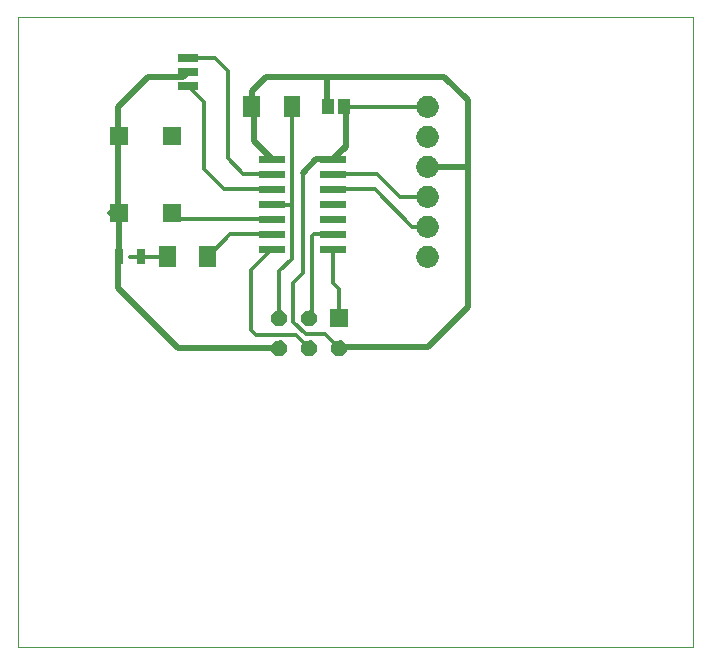
<source format=gtl>
G75*
G71*
%OFA0B0*%
%FSLAX23Y23*%
%IPPOS*%
%LPD*%
%ADD10C,0.1*%
%ADD11C,0.305*%
%ADD12C,0.508*%
%LPD*%D10*
X0Y0D02*
X0Y100D01*
X0Y200D01*
X0Y300D01*
X0Y400D01*
X0Y499D01*
X0Y599D01*
X0Y699D01*
X0Y799D01*
X0Y899D01*
X0Y999D01*
X0Y1099D01*
X0Y1199D01*
X0Y1299D01*
X0Y1398D01*
X0Y1498D01*
X0Y1598D01*
X0Y1698D01*
X0Y1798D01*
X0Y1898D01*
X0Y1998D01*
X0Y2098D01*
X0Y2198D01*
X0Y2297D01*
X0Y2397D01*
X0Y2497D01*
X0Y2597D01*
X0Y2697D01*
X0Y2797D01*
X0Y2897D01*
X0Y2997D01*
X0Y3097D01*
X0Y3196D01*
X0Y3296D01*
X0Y3396D01*
X0Y3496D01*
X0Y3596D01*
X0Y3696D01*
X0Y3796D01*
X0Y3896D01*
X0Y3995D01*
X0Y4095D01*
X0Y4195D01*
X0Y4295D01*
X0Y4395D01*
X0Y4495D01*
X0Y4595D01*
X0Y4695D01*
X0Y4795D01*
X0Y4894D01*
X0Y4994D01*
X0Y5094D01*
X0Y5194D01*
X0Y5294D01*
X0Y5394D01*
X0Y5494D01*
X0Y5594D01*
X0Y5694D01*
X0Y5793D01*
X0Y5893D01*
X0Y5993D01*
X0Y6093D01*
X0Y6193D01*
X0Y6293D01*
X0Y6393D01*
X0Y6493D01*
X0Y6593D01*
X0Y6692D01*
X0Y6792D01*
X0Y6892D01*
X0Y6992D01*
X0Y7092D01*
X0Y7192D01*
X0Y7292D01*
X0Y7392D01*
X0Y7492D01*
X0Y7591D01*
X0Y7691D01*
X0Y7791D01*
X0Y7891D01*
X0Y7991D01*
X0Y8091D01*
X0Y8191D01*
X0Y8291D01*
X0Y8391D01*
X0Y8490D01*
X0Y8590D01*
X0Y8690D01*
X0Y8790D01*
X0Y8890D01*
X0Y8990D01*
X0Y9090D01*
X0Y9190D01*
X0Y9290D01*
X0Y9389D01*
X0Y9489D01*
X0Y9589D01*
X0Y9689D01*
X0Y9789D01*
X0Y9889D01*
X0Y9989D01*
X0Y10089D01*
X0Y10188D01*
X0Y10288D01*
X0Y10388D01*
X0Y10488D01*
X0Y10588D01*
X0Y10688D01*
X0Y10788D01*
X0Y10888D01*
X0Y10988D01*
X0Y11087D01*
X0Y11187D01*
X0Y11287D01*
X0Y11387D01*
X0Y11487D01*
X0Y11587D01*
X0Y11687D01*
X0Y11787D01*
X0Y11887D01*
X0Y11986D01*
X0Y12086D01*
X0Y12186D01*
X0Y12286D01*
X0Y12386D01*
X0Y12486D01*
X0Y12586D01*
X0Y12686D01*
X0Y12786D01*
X0Y12885D01*
X0Y12985D01*
X0Y13085D01*
X0Y13185D01*
X0Y13285D01*
X0Y13385D01*
X0Y13485D01*
X0Y13585D01*
X0Y13685D01*
X0Y13784D01*
X0Y13884D01*
X0Y13984D01*
X0Y14084D01*
X0Y14184D01*
X0Y14284D01*
X0Y14384D01*
X0Y14484D01*
X0Y14584D01*
X0Y14683D01*
X0Y14783D01*
X0Y14883D01*
X0Y14983D01*
X0Y15083D01*
X0Y15183D01*
X0Y15283D01*
X0Y15383D01*
X0Y15483D01*
X0Y15582D01*
X0Y15682D01*
X0Y15782D01*
X0Y15882D01*
X0Y15982D01*
X0Y16082D01*
X0Y16182D01*
X0Y16282D01*
X0Y16381D01*
X0Y16481D01*
X0Y16581D01*
X0Y16681D01*
X0Y16781D01*
X0Y16881D01*
X0Y16981D01*
X0Y17081D01*
X0Y17181D01*
X0Y17280D01*
X0Y17380D01*
X0Y17480D01*
X0Y17580D01*
X0Y17680D01*
X0Y17780D01*
X0Y17880D01*
X0Y17980D01*
X0Y18080D01*
X0Y18179D01*
X0Y18279D01*
X0Y18379D01*
X0Y18479D01*
X0Y18579D01*
X0Y18679D01*
X0Y18779D01*
X0Y18879D01*
X0Y18979D01*
X0Y19078D01*
X0Y19178D01*
X0Y19278D01*
X0Y19378D01*
X0Y19478D01*
X0Y19578D01*
X0Y19678D01*
X0Y19778D01*
X0Y19878D01*
X0Y19977D01*
X0Y20077D01*
X0Y20177D01*
X0Y20277D01*
X0Y20377D01*
X0Y20477D01*
X0Y20577D01*
X0Y20677D01*
X0Y20777D01*
X0Y20876D01*
X0Y20976D01*
X0Y21076D01*
X0Y21176D01*
X0Y21276D01*
X0Y21376D01*
X0Y21476D01*
X0Y21576D01*
X0Y21676D01*
X0Y21775D01*
X0Y21875D01*
X0Y21975D01*
X0Y22075D01*
X0Y22175D01*
X0Y22275D01*
X0Y22375D01*
X0Y22475D01*
X0Y22575D01*
X0Y22674D01*
X0Y22774D01*
X0Y22874D01*
X0Y22974D01*
X0Y23074D01*
X0Y23174D01*
X0Y23274D01*
X0Y23374D01*
X0Y23473D01*
X0Y23573D01*
X0Y23673D01*
X0Y23773D01*
X0Y23873D01*
X0Y23973D01*
X0Y24073D01*
X0Y24173D01*
X0Y24273D01*
X0Y24372D01*
X0Y24472D01*
X0Y24572D01*
X0Y24672D01*
X0Y24772D01*
X0Y24872D01*
X0Y24972D01*
X0Y25072D01*
X0Y25172D01*
X0Y25271D01*
X0Y25371D01*
X0Y25471D01*
X0Y25571D01*
X0Y25671D01*
X0Y25771D01*
X0Y25871D01*
X0Y25971D01*
X0Y26071D01*
X0Y26170D01*
X0Y26270D01*
X0Y26370D01*
X0Y26470D01*
X0Y26570D01*
X0Y26670D01*
X0Y26770D01*
X0Y26870D01*
X0Y26970D01*
X0Y27069D01*
X0Y27169D01*
X0Y27269D01*
X0Y27369D01*
X0Y27469D01*
X0Y27569D01*
X0Y27669D01*
X0Y27769D01*
X0Y27869D01*
X0Y27968D01*
X0Y28068D01*
X0Y28168D01*
X0Y28268D01*
X0Y28368D01*
X0Y28468D01*
X0Y28568D01*
X0Y28668D01*
X0Y28768D01*
X0Y28867D01*
X0Y28967D01*
X0Y29067D01*
X0Y29167D01*
X0Y29267D01*
X0Y29367D01*
X0Y29467D01*
X0Y29567D01*
X0Y29667D01*
X0Y29766D01*
X0Y29866D01*
X0Y29966D01*
X0Y30066D01*
X0Y30166D01*
X0Y30266D01*
X0Y30366D01*
X0Y30466D01*
X0Y30565D01*
X0Y30665D01*
X0Y30765D01*
X0Y30865D01*
X0Y30965D01*
X0Y31065D01*
X0Y31165D01*
X0Y31265D01*
X0Y31365D01*
X0Y31464D01*
X0Y31564D01*
X0Y31664D01*
X0Y31764D01*
X0Y31864D01*
X0Y31964D01*
X0Y32064D01*
X0Y32164D01*
X0Y32264D01*
X0Y32363D01*
X0Y32463D01*
X0Y32563D01*
X0Y32663D01*
X0Y32763D01*
X0Y32863D01*
X0Y32963D01*
X0Y33063D01*
X0Y33163D01*
X0Y33262D01*
X0Y33362D01*
X0Y33462D01*
X0Y33562D01*
X0Y33662D01*
X0Y33762D01*
X0Y33862D01*
X0Y33962D01*
X0Y34062D01*
X0Y34161D01*
X0Y34261D01*
X0Y34361D01*
X0Y34461D01*
X0Y34561D01*
X0Y34661D01*
X0Y34761D01*
X0Y34861D01*
X0Y34961D01*
X0Y35060D01*
X0Y35160D01*
X0Y35260D01*
X0Y35360D01*
X0Y35460D01*
X0Y35560D01*
X0Y35660D01*
X0Y35760D01*
X0Y35860D01*
X0Y35959D01*
X0Y36059D01*
X0Y36159D01*
X0Y36259D01*
X0Y36359D01*
X0Y36459D01*
X0Y36559D01*
X0Y36659D01*
X0Y36759D01*
X0Y36858D01*
X0Y36958D01*
X0Y37058D01*
X0Y37158D01*
X0Y37258D01*
X0Y37358D01*
X0Y37458D01*
X0Y37558D01*
X0Y37658D01*
X0Y37757D01*
X0Y37857D01*
X0Y37957D01*
X0Y38057D01*
X0Y38157D01*
X0Y38257D01*
X0Y38357D01*
X0Y38457D01*
X0Y38556D01*
X0Y38656D01*
X0Y38756D01*
X0Y38856D01*
X0Y38956D01*
X0Y39056D01*
X0Y39156D01*
X0Y39256D01*
X0Y39356D01*
X0Y39455D01*
X0Y39555D01*
X0Y39655D01*
X0Y39755D01*
X0Y39855D01*
X0Y39955D01*
X0Y40055D01*
X0Y40155D01*
X0Y40255D01*
X0Y40354D01*
X0Y40454D01*
X0Y40554D01*
X0Y40654D01*
X0Y40754D01*
X0Y40854D01*
X0Y40954D01*
X0Y41054D01*
X0Y41154D01*
X0Y41253D01*
X0Y41353D01*
X0Y41453D01*
X0Y41553D01*
X0Y41653D01*
X0Y41753D01*
X0Y41853D01*
X0Y41953D01*
X0Y42053D01*
X0Y42152D01*
X0Y42252D01*
X0Y42352D01*
X0Y42452D01*
X0Y42552D01*
X0Y42652D01*
X0Y42752D01*
X0Y42852D01*
X0Y42952D01*
X0Y43051D01*
X0Y43151D01*
X0Y43251D01*
X0Y43351D01*
X0Y43451D01*
X0Y43551D01*
X0Y43651D01*
X0Y43751D01*
X0Y43851D01*
X0Y43950D01*
X0Y44050D01*
X0Y44150D01*
X0Y44250D01*
X0Y44350D01*
X0Y44450D01*
X0Y44550D01*
X0Y44650D01*
X0Y44750D01*
X0Y44849D01*
X0Y44949D01*
X0Y45049D01*
X0Y45149D01*
X0Y45249D01*
X0Y45349D01*
X0Y45449D01*
X0Y45549D01*
X0Y45649D01*
X0Y45748D01*
X0Y45848D01*
X0Y45948D01*
X0Y46048D01*
X0Y46148D01*
X0Y46248D01*
X0Y46348D01*
X0Y46448D01*
X0Y46548D01*
X0Y46647D01*
X0Y46747D01*
X0Y46847D01*
X0Y46947D01*
X0Y47047D01*
X0Y47147D01*
X0Y47247D01*
X0Y47347D01*
X0Y47447D01*
X0Y47546D01*
X0Y47646D01*
X0Y47746D01*
X0Y47846D01*
X0Y47946D01*
X0Y48046D01*
X0Y48146D01*
X0Y48246D01*
X0Y48346D01*
X0Y48445D01*
X0Y48545D01*
X0Y48645D01*
X0Y48745D01*
X0Y48845D01*
X0Y48945D01*
X0Y49045D01*
X0Y49145D01*
X0Y49244D01*
X0Y49344D01*
X0Y49444D01*
X0Y49544D01*
X0Y49644D01*
X0Y49744D01*
X0Y49844D01*
X0Y49944D01*
X0Y50044D01*
X0Y50143D01*
X0Y50243D01*
X0Y50343D01*
X0Y50443D01*
X0Y50543D01*
X0Y50643D01*
X0Y50743D01*
X0Y50843D01*
X0Y50943D01*
X0Y51043D01*
X0Y51142D01*
X0Y51242D01*
X0Y51342D01*
X0Y51442D01*
X0Y51542D01*
X0Y51642D01*
X0Y51742D01*
X0Y51842D01*
X0Y51942D01*
X0Y52041D01*
X0Y52141D01*
X0Y52241D01*
X0Y52341D01*
X0Y52441D01*
X0Y52541D01*
X0Y52641D01*
X0Y52741D01*
X0Y52841D01*
X0Y52940D01*
X0Y53040D01*
X0Y53140D01*
X0Y53240D01*
X0Y53340D01*
X100Y53340D01*
X200Y53340D01*
X300Y53340D01*
X400Y53340D01*
X500Y53340D01*
X599Y53340D01*
X699Y53340D01*
X799Y53340D01*
X899Y53340D01*
X999Y53340D01*
X1099Y53340D01*
X1199Y53340D01*
X1299Y53340D01*
X1399Y53340D01*
X1499Y53340D01*
X1599Y53340D01*
X1699Y53340D01*
X1798Y53340D01*
X1898Y53340D01*
X1998Y53340D01*
X2098Y53340D01*
X2198Y53340D01*
X2298Y53340D01*
X2398Y53340D01*
X2498Y53340D01*
X2598Y53340D01*
X2698Y53340D01*
X2798Y53340D01*
X2897Y53340D01*
X2997Y53340D01*
X3097Y53340D01*
X3197Y53340D01*
X3297Y53340D01*
X3397Y53340D01*
X3497Y53340D01*
X3597Y53340D01*
X3697Y53340D01*
X3797Y53340D01*
X3897Y53340D01*
X3996Y53340D01*
X4096Y53340D01*
X4196Y53340D01*
X4296Y53340D01*
X4396Y53340D01*
X4496Y53340D01*
X4596Y53340D01*
X4696Y53340D01*
X4796Y53340D01*
X4896Y53340D01*
X4996Y53340D01*
X5096Y53340D01*
X5195Y53340D01*
X5295Y53340D01*
X5395Y53340D01*
X5495Y53340D01*
X5595Y53340D01*
X5695Y53340D01*
X5795Y53340D01*
X5895Y53340D01*
X5995Y53340D01*
X6095Y53340D01*
X6195Y53340D01*
X6294Y53340D01*
X6394Y53340D01*
X6494Y53340D01*
X6594Y53340D01*
X6694Y53340D01*
X6794Y53340D01*
X6894Y53340D01*
X6994Y53340D01*
X7094Y53340D01*
X7194Y53340D01*
X7294Y53340D01*
X7393Y53340D01*
X7493Y53340D01*
X7593Y53340D01*
X7693Y53340D01*
X7793Y53340D01*
X7893Y53340D01*
X7993Y53340D01*
X8093Y53340D01*
X8193Y53340D01*
X8293Y53340D01*
X8393Y53340D01*
X8493Y53340D01*
X8592Y53340D01*
X8692Y53340D01*
X8792Y53340D01*
X8892Y53340D01*
X8992Y53340D01*
X9092Y53340D01*
X9192Y53340D01*
X9292Y53340D01*
X9392Y53340D01*
X9492Y53340D01*
X9592Y53340D01*
X9691Y53340D01*
X9791Y53340D01*
X9891Y53340D01*
X9991Y53340D01*
X10091Y53340D01*
X10191Y53340D01*
X10291Y53340D01*
X10391Y53340D01*
X10491Y53340D01*
X10591Y53340D01*
X10691Y53340D01*
X10791Y53340D01*
X10890Y53340D01*
X10990Y53340D01*
X11090Y53340D01*
X11190Y53340D01*
X11290Y53340D01*
X11390Y53340D01*
X11490Y53340D01*
X11590Y53340D01*
X11690Y53340D01*
X11790Y53340D01*
X11890Y53340D01*
X11989Y53340D01*
X12089Y53340D01*
X12189Y53340D01*
X12289Y53340D01*
X12389Y53340D01*
X12489Y53340D01*
X12589Y53340D01*
X12689Y53340D01*
X12789Y53340D01*
X12889Y53340D01*
X12989Y53340D01*
X13088Y53340D01*
X13188Y53340D01*
X13288Y53340D01*
X13388Y53340D01*
X13488Y53340D01*
X13588Y53340D01*
X13688Y53340D01*
X13788Y53340D01*
X13888Y53340D01*
X13988Y53340D01*
X14088Y53340D01*
X14188Y53340D01*
X14287Y53340D01*
X14387Y53340D01*
X14487Y53340D01*
X14587Y53340D01*
X14687Y53340D01*
X14787Y53340D01*
X14887Y53340D01*
X14987Y53340D01*
X15087Y53340D01*
X15187Y53340D01*
X15287Y53340D01*
X15386Y53340D01*
X15486Y53340D01*
X15586Y53340D01*
X15686Y53340D01*
X15786Y53340D01*
X15886Y53340D01*
X15986Y53340D01*
X16086Y53340D01*
X16186Y53340D01*
X16286Y53340D01*
X16386Y53340D01*
X16485Y53340D01*
X16585Y53340D01*
X16685Y53340D01*
X16785Y53340D01*
X16885Y53340D01*
X16985Y53340D01*
X17085Y53340D01*
X17185Y53340D01*
X17285Y53340D01*
X17385Y53340D01*
X17485Y53340D01*
X17585Y53340D01*
X17684Y53340D01*
X17784Y53340D01*
X17884Y53340D01*
X17984Y53340D01*
X18084Y53340D01*
X18184Y53340D01*
X18284Y53340D01*
X18384Y53340D01*
X18484Y53340D01*
X18584Y53340D01*
X18684Y53340D01*
X18783Y53340D01*
X18883Y53340D01*
X18983Y53340D01*
X19083Y53340D01*
X19183Y53340D01*
X19283Y53340D01*
X19383Y53340D01*
X19483Y53340D01*
X19583Y53340D01*
X19683Y53340D01*
X19783Y53340D01*
X19883Y53340D01*
X19982Y53340D01*
X20082Y53340D01*
X20182Y53340D01*
X20282Y53340D01*
X20382Y53340D01*
X20482Y53340D01*
X20582Y53340D01*
X20682Y53340D01*
X20782Y53340D01*
X20882Y53340D01*
X20982Y53340D01*
X21081Y53340D01*
X21181Y53340D01*
X21281Y53340D01*
X21381Y53340D01*
X21481Y53340D01*
X21581Y53340D01*
X21681Y53340D01*
X21781Y53340D01*
X21881Y53340D01*
X21981Y53340D01*
X22081Y53340D01*
X22180Y53340D01*
X22280Y53340D01*
X22380Y53340D01*
X22480Y53340D01*
X22580Y53340D01*
X22680Y53340D01*
X22780Y53340D01*
X22880Y53340D01*
X22980Y53340D01*
X23080Y53340D01*
X23180Y53340D01*
X23280Y53340D01*
X23379Y53340D01*
X23479Y53340D01*
X23579Y53340D01*
X23679Y53340D01*
X23779Y53340D01*
X23879Y53340D01*
X23979Y53340D01*
X24079Y53340D01*
X24179Y53340D01*
X24279Y53340D01*
X24379Y53340D01*
X24478Y53340D01*
X24578Y53340D01*
X24678Y53340D01*
X24778Y53340D01*
X24878Y53340D01*
X24978Y53340D01*
X25078Y53340D01*
X25178Y53340D01*
X25278Y53340D01*
X25378Y53340D01*
X25478Y53340D01*
X25578Y53340D01*
X25677Y53340D01*
X25777Y53340D01*
X25877Y53340D01*
X25977Y53340D01*
X26077Y53340D01*
X26177Y53340D01*
X26277Y53340D01*
X26377Y53340D01*
X26477Y53340D01*
X26577Y53340D01*
X26677Y53340D01*
X26776Y53340D01*
X26876Y53340D01*
X26976Y53340D01*
X27076Y53340D01*
X27176Y53340D01*
X27276Y53340D01*
X27376Y53340D01*
X27476Y53340D01*
X27576Y53340D01*
X27676Y53340D01*
X27776Y53340D01*
X27875Y53340D01*
X27975Y53340D01*
X28075Y53340D01*
X28175Y53340D01*
X28275Y53340D01*
X28375Y53340D01*
X28475Y53340D01*
X28575Y53340D01*
X28675Y53340D01*
X28775Y53340D01*
X28875Y53340D01*
X28975Y53340D01*
X29074Y53340D01*
X29174Y53340D01*
X29274Y53340D01*
X29374Y53340D01*
X29474Y53340D01*
X29574Y53340D01*
X29674Y53340D01*
X29774Y53340D01*
X29874Y53340D01*
X29974Y53340D01*
X30074Y53340D01*
X30173Y53340D01*
X30273Y53340D01*
X30373Y53340D01*
X30473Y53340D01*
X30573Y53340D01*
X30673Y53340D01*
X30773Y53340D01*
X30873Y53340D01*
X30973Y53340D01*
X31073Y53340D01*
X31173Y53340D01*
X31273Y53340D01*
X31372Y53340D01*
X31472Y53340D01*
X31572Y53340D01*
X31672Y53340D01*
X31772Y53340D01*
X31872Y53340D01*
X31972Y53340D01*
X32072Y53340D01*
X32172Y53340D01*
X32272Y53340D01*
X32372Y53340D01*
X32471Y53340D01*
X32571Y53340D01*
X32671Y53340D01*
X32771Y53340D01*
X32871Y53340D01*
X32971Y53340D01*
X33071Y53340D01*
X33171Y53340D01*
X33271Y53340D01*
X33371Y53340D01*
X33471Y53340D01*
X33571Y53340D01*
X33670Y53340D01*
X33770Y53340D01*
X33870Y53340D01*
X33970Y53340D01*
X34070Y53340D01*
X34170Y53340D01*
X34270Y53340D01*
X34370Y53340D01*
X34470Y53340D01*
X34570Y53340D01*
X34670Y53340D01*
X34769Y53340D01*
X34869Y53340D01*
X34969Y53340D01*
X35069Y53340D01*
X35169Y53340D01*
X35269Y53340D01*
X35369Y53340D01*
X35469Y53340D01*
X35569Y53340D01*
X35669Y53340D01*
X35769Y53340D01*
X35868Y53340D01*
X35968Y53340D01*
X36068Y53340D01*
X36168Y53340D01*
X36268Y53340D01*
X36368Y53340D01*
X36468Y53340D01*
X36568Y53340D01*
X36668Y53340D01*
X36768Y53340D01*
X36868Y53340D01*
X36968Y53340D01*
X37067Y53340D01*
X37167Y53340D01*
X37267Y53340D01*
X37367Y53340D01*
X37467Y53340D01*
X37567Y53340D01*
X37667Y53340D01*
X37767Y53340D01*
X37867Y53340D01*
X37967Y53340D01*
X38067Y53340D01*
X38166Y53340D01*
X38266Y53340D01*
X38366Y53340D01*
X38466Y53340D01*
X38566Y53340D01*
X38666Y53340D01*
X38766Y53340D01*
X38866Y53340D01*
X38966Y53340D01*
X39066Y53340D01*
X39166Y53340D01*
X39265Y53340D01*
X39365Y53340D01*
X39465Y53340D01*
X39565Y53340D01*
X39665Y53340D01*
X39765Y53340D01*
X39865Y53340D01*
X39965Y53340D01*
X40065Y53340D01*
X40165Y53340D01*
X40265Y53340D01*
X40365Y53340D01*
X40464Y53340D01*
X40564Y53340D01*
X40664Y53340D01*
X40764Y53340D01*
X40864Y53340D01*
X40964Y53340D01*
X41064Y53340D01*
X41164Y53340D01*
X41264Y53340D01*
X41364Y53340D01*
X41464Y53340D01*
X41563Y53340D01*
X41663Y53340D01*
X41763Y53340D01*
X41863Y53340D01*
X41963Y53340D01*
X42063Y53340D01*
X42163Y53340D01*
X42263Y53340D01*
X42363Y53340D01*
X42463Y53340D01*
X42563Y53340D01*
X42663Y53340D01*
X42762Y53340D01*
X42862Y53340D01*
X42962Y53340D01*
X43062Y53340D01*
X43162Y53340D01*
X43262Y53340D01*
X43362Y53340D01*
X43462Y53340D01*
X43562Y53340D01*
X43662Y53340D01*
X43762Y53340D01*
X43861Y53340D01*
X43961Y53340D01*
X44061Y53340D01*
X44161Y53340D01*
X44261Y53340D01*
X44361Y53340D01*
X44461Y53340D01*
X44561Y53340D01*
X44661Y53340D01*
X44761Y53340D01*
X44861Y53340D01*
X44961Y53340D01*
X45060Y53340D01*
X45160Y53340D01*
X45260Y53340D01*
X45360Y53340D01*
X45460Y53340D01*
X45560Y53340D01*
X45660Y53340D01*
X45760Y53340D01*
X45860Y53340D01*
X45960Y53340D01*
X46060Y53340D01*
X46159Y53340D01*
X46259Y53340D01*
X46359Y53340D01*
X46459Y53340D01*
X46559Y53340D01*
X46659Y53340D01*
X46759Y53340D01*
X46859Y53340D01*
X46959Y53340D01*
X47059Y53340D01*
X47159Y53340D01*
X47259Y53340D01*
X47358Y53340D01*
X47458Y53340D01*
X47558Y53340D01*
X47658Y53340D01*
X47758Y53340D01*
X47858Y53340D01*
X47958Y53340D01*
X48058Y53340D01*
X48158Y53340D01*
X48258Y53340D01*
X48358Y53340D01*
X48457Y53340D01*
X48557Y53340D01*
X48657Y53340D01*
X48757Y53340D01*
X48857Y53340D01*
X48957Y53340D01*
X49057Y53340D01*
X49157Y53340D01*
X49257Y53340D01*
X49357Y53340D01*
X49457Y53340D01*
X49557Y53340D01*
X49656Y53340D01*
X49756Y53340D01*
X49856Y53340D01*
X49956Y53340D01*
X50056Y53340D01*
X50156Y53340D01*
X50256Y53340D01*
X50356Y53340D01*
X50456Y53340D01*
X50556Y53340D01*
X50656Y53340D01*
X50755Y53340D01*
X50855Y53340D01*
X50955Y53340D01*
X51055Y53340D01*
X51155Y53340D01*
X51255Y53340D01*
X51355Y53340D01*
X51455Y53340D01*
X51555Y53340D01*
X51655Y53340D01*
X51755Y53340D01*
X51855Y53340D01*
X51954Y53340D01*
X52054Y53340D01*
X52154Y53340D01*
X52254Y53340D01*
X52354Y53340D01*
X52454Y53340D01*
X52554Y53340D01*
X52654Y53340D01*
X52754Y53340D01*
X52854Y53340D01*
X52954Y53340D01*
X53053Y53340D01*
X53153Y53340D01*
X53253Y53340D01*
X53353Y53340D01*
X53453Y53340D01*
X53553Y53340D01*
X53653Y53340D01*
X53753Y53340D01*
X53853Y53340D01*
X53953Y53340D01*
X54053Y53340D01*
X54153Y53340D01*
X54252Y53340D01*
X54352Y53340D01*
X54452Y53340D01*
X54552Y53340D01*
X54652Y53340D01*
X54752Y53340D01*
X54852Y53340D01*
X54952Y53340D01*
X55052Y53340D01*
X55152Y53340D01*
X55252Y53340D01*
X55351Y53340D01*
X55451Y53340D01*
X55551Y53340D01*
X55651Y53340D01*
X55751Y53340D01*
X55851Y53340D01*
X55951Y53340D01*
X56051Y53340D01*
X56151Y53340D01*
X56251Y53340D01*
X56351Y53340D01*
X56451Y53340D01*
X56550Y53340D01*
X56650Y53340D01*
X56750Y53340D01*
X56850Y53340D01*
X56950Y53340D01*
X57050Y53340D01*
X57150Y53340D01*
X57150Y53240D01*
X57150Y53140D01*
X57150Y53040D01*
X57150Y52940D01*
X57150Y52841D01*
X57150Y52741D01*
X57150Y52641D01*
X57150Y52541D01*
X57150Y52441D01*
X57150Y52341D01*
X57150Y52241D01*
X57150Y52141D01*
X57150Y52041D01*
X57150Y51942D01*
X57150Y51842D01*
X57150Y51742D01*
X57150Y51642D01*
X57150Y51542D01*
X57150Y51442D01*
X57150Y51342D01*
X57150Y51242D01*
X57150Y51142D01*
X57150Y51043D01*
X57150Y50943D01*
X57150Y50843D01*
X57150Y50743D01*
X57150Y50643D01*
X57150Y50543D01*
X57150Y50443D01*
X57150Y50343D01*
X57150Y50243D01*
X57150Y50144D01*
X57150Y50044D01*
X57150Y49944D01*
X57150Y49844D01*
X57150Y49744D01*
X57150Y49644D01*
X57150Y49544D01*
X57150Y49444D01*
X57150Y49345D01*
X57150Y49245D01*
X57150Y49145D01*
X57150Y49045D01*
X57150Y48945D01*
X57150Y48845D01*
X57150Y48745D01*
X57150Y48645D01*
X57150Y48545D01*
X57150Y48446D01*
X57150Y48346D01*
X57150Y48246D01*
X57150Y48146D01*
X57150Y48046D01*
X57150Y47946D01*
X57150Y47846D01*
X57150Y47746D01*
X57150Y47646D01*
X57150Y47547D01*
X57150Y47447D01*
X57150Y47347D01*
X57150Y47247D01*
X57150Y47147D01*
X57150Y47047D01*
X57150Y46947D01*
X57150Y46847D01*
X57150Y46747D01*
X57150Y46648D01*
X57150Y46548D01*
X57150Y46448D01*
X57150Y46348D01*
X57150Y46248D01*
X57150Y46148D01*
X57150Y46048D01*
X57150Y45948D01*
X57150Y45848D01*
X57150Y45749D01*
X57150Y45649D01*
X57150Y45549D01*
X57150Y45449D01*
X57150Y45349D01*
X57150Y45249D01*
X57150Y45149D01*
X57150Y45049D01*
X57150Y44949D01*
X57150Y44850D01*
X57150Y44750D01*
X57150Y44650D01*
X57150Y44550D01*
X57150Y44450D01*
X57150Y44350D01*
X57150Y44250D01*
X57150Y44150D01*
X57150Y44050D01*
X57150Y43951D01*
X57150Y43851D01*
X57150Y43751D01*
X57150Y43651D01*
X57150Y43551D01*
X57150Y43451D01*
X57150Y43351D01*
X57150Y43251D01*
X57150Y43152D01*
X57150Y43052D01*
X57150Y42952D01*
X57150Y42852D01*
X57150Y42752D01*
X57150Y42652D01*
X57150Y42552D01*
X57150Y42452D01*
X57150Y42352D01*
X57150Y42253D01*
X57150Y42153D01*
X57150Y42053D01*
X57150Y41953D01*
X57150Y41853D01*
X57150Y41753D01*
X57150Y41653D01*
X57150Y41553D01*
X57150Y41453D01*
X57150Y41354D01*
X57150Y41254D01*
X57150Y41154D01*
X57150Y41054D01*
X57150Y40954D01*
X57150Y40854D01*
X57150Y40754D01*
X57150Y40654D01*
X57150Y40554D01*
X57150Y40455D01*
X57150Y40355D01*
X57150Y40255D01*
X57150Y40155D01*
X57150Y40055D01*
X57150Y39955D01*
X57150Y39855D01*
X57150Y39755D01*
X57150Y39655D01*
X57150Y39556D01*
X57150Y39456D01*
X57150Y39356D01*
X57150Y39256D01*
X57150Y39156D01*
X57150Y39056D01*
X57150Y38956D01*
X57150Y38856D01*
X57150Y38756D01*
X57150Y38657D01*
X57150Y38557D01*
X57150Y38457D01*
X57150Y38357D01*
X57150Y38257D01*
X57150Y38157D01*
X57150Y38057D01*
X57150Y37957D01*
X57150Y37857D01*
X57150Y37758D01*
X57150Y37658D01*
X57150Y37558D01*
X57150Y37458D01*
X57150Y37358D01*
X57150Y37258D01*
X57150Y37158D01*
X57150Y37058D01*
X57150Y36959D01*
X57150Y36859D01*
X57150Y36759D01*
X57150Y36659D01*
X57150Y36559D01*
X57150Y36459D01*
X57150Y36359D01*
X57150Y36259D01*
X57150Y36159D01*
X57150Y36060D01*
X57150Y35960D01*
X57150Y35860D01*
X57150Y35760D01*
X57150Y35660D01*
X57150Y35560D01*
X57150Y35460D01*
X57150Y35360D01*
X57150Y35260D01*
X57150Y35161D01*
X57150Y35061D01*
X57150Y34961D01*
X57150Y34861D01*
X57150Y34761D01*
X57150Y34661D01*
X57150Y34561D01*
X57150Y34461D01*
X57150Y34361D01*
X57150Y34262D01*
X57150Y34162D01*
X57150Y34062D01*
X57150Y33962D01*
X57150Y33862D01*
X57150Y33762D01*
X57150Y33662D01*
X57150Y33562D01*
X57150Y33462D01*
X57150Y33363D01*
X57150Y33263D01*
X57150Y33163D01*
X57150Y33063D01*
X57150Y32963D01*
X57150Y32863D01*
X57150Y32763D01*
X57150Y32663D01*
X57150Y32563D01*
X57150Y32464D01*
X57150Y32364D01*
X57150Y32264D01*
X57150Y32164D01*
X57150Y32064D01*
X57150Y31964D01*
X57150Y31864D01*
X57150Y31764D01*
X57150Y31664D01*
X57150Y31565D01*
X57150Y31465D01*
X57150Y31365D01*
X57150Y31265D01*
X57150Y31165D01*
X57150Y31065D01*
X57150Y30965D01*
X57150Y30865D01*
X57150Y30765D01*
X57150Y30666D01*
X57150Y30566D01*
X57150Y30466D01*
X57150Y30366D01*
X57150Y30266D01*
X57150Y30166D01*
X57150Y30066D01*
X57150Y29966D01*
X57150Y29867D01*
X57150Y29767D01*
X57150Y29667D01*
X57150Y29567D01*
X57150Y29467D01*
X57150Y29367D01*
X57150Y29267D01*
X57150Y29167D01*
X57150Y29067D01*
X57150Y28968D01*
X57150Y28868D01*
X57150Y28768D01*
X57150Y28668D01*
X57150Y28568D01*
X57150Y28468D01*
X57150Y28368D01*
X57150Y28268D01*
X57150Y28168D01*
X57150Y28069D01*
X57150Y27969D01*
X57150Y27869D01*
X57150Y27769D01*
X57150Y27669D01*
X57150Y27569D01*
X57150Y27469D01*
X57150Y27369D01*
X57150Y27269D01*
X57150Y27170D01*
X57150Y27070D01*
X57150Y26970D01*
X57150Y26870D01*
X57150Y26770D01*
X57150Y26670D01*
X57150Y26570D01*
X57150Y26470D01*
X57150Y26370D01*
X57150Y26271D01*
X57150Y26171D01*
X57150Y26071D01*
X57150Y25971D01*
X57150Y25871D01*
X57150Y25771D01*
X57150Y25671D01*
X57150Y25571D01*
X57150Y25471D01*
X57150Y25372D01*
X57150Y25272D01*
X57150Y25172D01*
X57150Y25072D01*
X57150Y24972D01*
X57150Y24872D01*
X57150Y24772D01*
X57150Y24672D01*
X57150Y24572D01*
X57150Y24473D01*
X57150Y24373D01*
X57150Y24273D01*
X57150Y24173D01*
X57150Y24073D01*
X57150Y23973D01*
X57150Y23873D01*
X57150Y23773D01*
X57150Y23673D01*
X57150Y23574D01*
X57150Y23474D01*
X57150Y23374D01*
X57150Y23274D01*
X57150Y23174D01*
X57150Y23074D01*
X57150Y22974D01*
X57150Y22874D01*
X57150Y22775D01*
X57150Y22675D01*
X57150Y22575D01*
X57150Y22475D01*
X57150Y22375D01*
X57150Y22275D01*
X57150Y22175D01*
X57150Y22075D01*
X57150Y21975D01*
X57150Y21876D01*
X57150Y21776D01*
X57150Y21676D01*
X57150Y21576D01*
X57150Y21476D01*
X57150Y21376D01*
X57150Y21276D01*
X57150Y21176D01*
X57150Y21076D01*
X57150Y20977D01*
X57150Y20877D01*
X57150Y20777D01*
X57150Y20677D01*
X57150Y20577D01*
X57150Y20477D01*
X57150Y20377D01*
X57150Y20277D01*
X57150Y20177D01*
X57150Y20078D01*
X57150Y19978D01*
X57150Y19878D01*
X57150Y19778D01*
X57150Y19678D01*
X57150Y19578D01*
X57150Y19478D01*
X57150Y19378D01*
X57150Y19278D01*
X57150Y19179D01*
X57150Y19079D01*
X57150Y18979D01*
X57150Y18879D01*
X57150Y18779D01*
X57150Y18679D01*
X57150Y18579D01*
X57150Y18479D01*
X57150Y18379D01*
X57150Y18280D01*
X57150Y18180D01*
X57150Y18080D01*
X57150Y17980D01*
X57150Y17880D01*
X57150Y17780D01*
X57150Y17680D01*
X57150Y17580D01*
X57150Y17480D01*
X57150Y17381D01*
X57150Y17281D01*
X57150Y17181D01*
X57150Y17081D01*
X57150Y16981D01*
X57150Y16881D01*
X57150Y16781D01*
X57150Y16681D01*
X57150Y16581D01*
X57150Y16482D01*
X57150Y16382D01*
X57150Y16282D01*
X57150Y16182D01*
X57150Y16082D01*
X57150Y15982D01*
X57150Y15882D01*
X57150Y15782D01*
X57150Y15682D01*
X57150Y15583D01*
X57150Y15483D01*
X57150Y15383D01*
X57150Y15283D01*
X57150Y15183D01*
X57150Y15083D01*
X57150Y14983D01*
X57150Y14883D01*
X57150Y14784D01*
X57150Y14684D01*
X57150Y14584D01*
X57150Y14484D01*
X57150Y14384D01*
X57150Y14284D01*
X57150Y14184D01*
X57150Y14084D01*
X57150Y13984D01*
X57150Y13885D01*
X57150Y13785D01*
X57150Y13685D01*
X57150Y13585D01*
X57150Y13485D01*
X57150Y13385D01*
X57150Y13285D01*
X57150Y13185D01*
X57150Y13085D01*
X57150Y12986D01*
X57150Y12886D01*
X57150Y12786D01*
X57150Y12686D01*
X57150Y12586D01*
X57150Y12486D01*
X57150Y12386D01*
X57150Y12286D01*
X57150Y12186D01*
X57150Y12087D01*
X57150Y11987D01*
X57150Y11887D01*
X57150Y11787D01*
X57150Y11687D01*
X57150Y11587D01*
X57150Y11487D01*
X57150Y11387D01*
X57150Y11287D01*
X57150Y11188D01*
X57150Y11088D01*
X57150Y10988D01*
X57150Y10888D01*
X57150Y10788D01*
X57150Y10688D01*
X57150Y10588D01*
X57150Y10488D01*
X57150Y10388D01*
X57150Y10289D01*
X57150Y10189D01*
X57150Y10089D01*
X57150Y9989D01*
X57150Y9889D01*
X57150Y9789D01*
X57150Y9689D01*
X57150Y9589D01*
X57150Y9489D01*
X57150Y9390D01*
X57150Y9290D01*
X57150Y9190D01*
X57150Y9090D01*
X57150Y8990D01*
X57150Y8890D01*
X57150Y8790D01*
X57150Y8690D01*
X57150Y8590D01*
X57150Y8491D01*
X57150Y8391D01*
X57150Y8291D01*
X57150Y8191D01*
X57150Y8091D01*
X57150Y7991D01*
X57150Y7891D01*
X57150Y7791D01*
X57150Y7691D01*
X57150Y7592D01*
X57150Y7492D01*
X57150Y7392D01*
X57150Y7292D01*
X57150Y7192D01*
X57150Y7092D01*
X57150Y6992D01*
X57150Y6892D01*
X57150Y6792D01*
X57150Y6693D01*
X57150Y6593D01*
X57150Y6493D01*
X57150Y6393D01*
X57150Y6293D01*
X57150Y6193D01*
X57150Y6093D01*
X57150Y5993D01*
X57150Y5893D01*
X57150Y5794D01*
X57150Y5694D01*
X57150Y5594D01*
X57150Y5494D01*
X57150Y5394D01*
X57150Y5294D01*
X57150Y5194D01*
X57150Y5094D01*
X57150Y4994D01*
X57150Y4895D01*
X57150Y4795D01*
X57150Y4695D01*
X57150Y4595D01*
X57150Y4495D01*
X57150Y4395D01*
X57150Y4295D01*
X57150Y4195D01*
X57150Y4096D01*
X57150Y3996D01*
X57150Y3896D01*
X57150Y3796D01*
X57150Y3696D01*
X57150Y3596D01*
X57150Y3496D01*
X57150Y3396D01*
X57150Y3296D01*
X57150Y3197D01*
X57150Y3097D01*
X57150Y2997D01*
X57150Y2897D01*
X57150Y2797D01*
X57150Y2697D01*
X57150Y2597D01*
X57150Y2497D01*
X57150Y2397D01*
X57150Y2297D01*
X57150Y2198D01*
X57150Y2098D01*
X57150Y1998D01*
X57150Y1898D01*
X57150Y1798D01*
X57150Y1698D01*
X57150Y1598D01*
X57150Y1498D01*
X57150Y1398D01*
X57150Y1299D01*
X57150Y1199D01*
X57150Y1099D01*
X57150Y999D01*
X57150Y899D01*
X57150Y799D01*
X57150Y699D01*
X57150Y599D01*
X57150Y499D01*
X57150Y400D01*
X57150Y300D01*
X57150Y200D01*
X57150Y100D01*
X57150Y0D01*
X57050Y0D01*
X56950Y0D01*
X56850Y0D01*
X56750Y0D01*
X56650Y0D01*
X56551Y0D01*
X56451Y0D01*
X56351Y0D01*
X56251Y0D01*
X56151Y0D01*
X56051Y0D01*
X55951Y0D01*
X55851Y0D01*
X55751Y0D01*
X55651Y0D01*
X55551Y0D01*
X55451Y0D01*
X55352Y0D01*
X55252Y0D01*
X55152Y0D01*
X55052Y0D01*
X54952Y0D01*
X54852Y0D01*
X54752Y0D01*
X54652Y0D01*
X54552Y0D01*
X54452Y0D01*
X54352Y0D01*
X54253Y0D01*
X54153Y0D01*
X54053Y0D01*
X53953Y0D01*
X53853Y0D01*
X53753Y0D01*
X53653Y0D01*
X53553Y0D01*
X53453Y0D01*
X53353Y0D01*
X53253Y0D01*
X53154Y0D01*
X53054Y0D01*
X52954Y0D01*
X52854Y0D01*
X52754Y0D01*
X52654Y0D01*
X52554Y0D01*
X52454Y0D01*
X52354Y0D01*
X52254Y0D01*
X52154Y0D01*
X52054Y0D01*
X51955Y0D01*
X51855Y0D01*
X51755Y0D01*
X51655Y0D01*
X51555Y0D01*
X51455Y0D01*
X51355Y0D01*
X51255Y0D01*
X51155Y0D01*
X51055Y0D01*
X50955Y0D01*
X50856Y0D01*
X50756Y0D01*
X50656Y0D01*
X50556Y0D01*
X50456Y0D01*
X50356Y0D01*
X50256Y0D01*
X50156Y0D01*
X50056Y0D01*
X49956Y0D01*
X49856Y0D01*
X49757Y0D01*
X49657Y0D01*
X49557Y0D01*
X49457Y0D01*
X49357Y0D01*
X49257Y0D01*
X49157Y0D01*
X49057Y0D01*
X48957Y0D01*
X48857Y0D01*
X48757Y0D01*
X48657Y0D01*
X48558Y0D01*
X48458Y0D01*
X48358Y0D01*
X48258Y0D01*
X48158Y0D01*
X48058Y0D01*
X47958Y0D01*
X47858Y0D01*
X47758Y0D01*
X47658Y0D01*
X47558Y0D01*
X47459Y0D01*
X47359Y0D01*
X47259Y0D01*
X47159Y0D01*
X47059Y0D01*
X46959Y0D01*
X46859Y0D01*
X46759Y0D01*
X46659Y0D01*
X46559Y0D01*
X46459Y0D01*
X46359Y0D01*
X46260Y0D01*
X46160Y0D01*
X46060Y0D01*
X45960Y0D01*
X45860Y0D01*
X45760Y0D01*
X45660Y0D01*
X45560Y0D01*
X45460Y0D01*
X45360Y0D01*
X45260Y0D01*
X45161Y0D01*
X45061Y0D01*
X44961Y0D01*
X44861Y0D01*
X44761Y0D01*
X44661Y0D01*
X44561Y0D01*
X44461Y0D01*
X44361Y0D01*
X44261Y0D01*
X44161Y0D01*
X44062Y0D01*
X43962Y0D01*
X43862Y0D01*
X43762Y0D01*
X43662Y0D01*
X43562Y0D01*
X43462Y0D01*
X43362Y0D01*
X43262Y0D01*
X43162Y0D01*
X43062Y0D01*
X42962Y0D01*
X42863Y0D01*
X42763Y0D01*
X42663Y0D01*
X42563Y0D01*
X42463Y0D01*
X42363Y0D01*
X42263Y0D01*
X42163Y0D01*
X42063Y0D01*
X41963Y0D01*
X41863Y0D01*
X41764Y0D01*
X41664Y0D01*
X41564Y0D01*
X41464Y0D01*
X41364Y0D01*
X41264Y0D01*
X41164Y0D01*
X41064Y0D01*
X40964Y0D01*
X40864Y0D01*
X40764Y0D01*
X40665Y0D01*
X40565Y0D01*
X40465Y0D01*
X40365Y0D01*
X40265Y0D01*
X40165Y0D01*
X40065Y0D01*
X39965Y0D01*
X39865Y0D01*
X39765Y0D01*
X39665Y0D01*
X39565Y0D01*
X39466Y0D01*
X39366Y0D01*
X39266Y0D01*
X39166Y0D01*
X39066Y0D01*
X38966Y0D01*
X38866Y0D01*
X38766Y0D01*
X38666Y0D01*
X38566Y0D01*
X38466Y0D01*
X38367Y0D01*
X38267Y0D01*
X38167Y0D01*
X38067Y0D01*
X37967Y0D01*
X37867Y0D01*
X37767Y0D01*
X37667Y0D01*
X37567Y0D01*
X37467Y0D01*
X37367Y0D01*
X37267Y0D01*
X37168Y0D01*
X37068Y0D01*
X36968Y0D01*
X36868Y0D01*
X36768Y0D01*
X36668Y0D01*
X36568Y0D01*
X36468Y0D01*
X36368Y0D01*
X36268Y0D01*
X36168Y0D01*
X36069Y0D01*
X35969Y0D01*
X35869Y0D01*
X35769Y0D01*
X35669Y0D01*
X35569Y0D01*
X35469Y0D01*
X35369Y0D01*
X35269Y0D01*
X35169Y0D01*
X35069Y0D01*
X34970Y0D01*
X34870Y0D01*
X34770Y0D01*
X34670Y0D01*
X34570Y0D01*
X34470Y0D01*
X34370Y0D01*
X34270Y0D01*
X34170Y0D01*
X34070Y0D01*
X33970Y0D01*
X33870Y0D01*
X33771Y0D01*
X33671Y0D01*
X33571Y0D01*
X33471Y0D01*
X33371Y0D01*
X33271Y0D01*
X33171Y0D01*
X33071Y0D01*
X32971Y0D01*
X32871Y0D01*
X32771Y0D01*
X32672Y0D01*
X32572Y0D01*
X32472Y0D01*
X32372Y0D01*
X32272Y0D01*
X32172Y0D01*
X32072Y0D01*
X31972Y0D01*
X31872Y0D01*
X31772Y0D01*
X31672Y0D01*
X31572Y0D01*
X31473Y0D01*
X31373Y0D01*
X31273Y0D01*
X31173Y0D01*
X31073Y0D01*
X30973Y0D01*
X30873Y0D01*
X30773Y0D01*
X30673Y0D01*
X30573Y0D01*
X30473Y0D01*
X30374Y0D01*
X30274Y0D01*
X30174Y0D01*
X30074Y0D01*
X29974Y0D01*
X29874Y0D01*
X29774Y0D01*
X29674Y0D01*
X29574Y0D01*
X29474Y0D01*
X29374Y0D01*
X29275Y0D01*
X29175Y0D01*
X29075Y0D01*
X28975Y0D01*
X28875Y0D01*
X28775Y0D01*
X28675Y0D01*
X28575Y0D01*
X28475Y0D01*
X28375Y0D01*
X28275Y0D01*
X28175Y0D01*
X28076Y0D01*
X27976Y0D01*
X27876Y0D01*
X27776Y0D01*
X27676Y0D01*
X27576Y0D01*
X27476Y0D01*
X27376Y0D01*
X27276Y0D01*
X27176Y0D01*
X27076Y0D01*
X26977Y0D01*
X26877Y0D01*
X26777Y0D01*
X26677Y0D01*
X26577Y0D01*
X26477Y0D01*
X26377Y0D01*
X26277Y0D01*
X26177Y0D01*
X26077Y0D01*
X25977Y0D01*
X25877Y0D01*
X25778Y0D01*
X25678Y0D01*
X25578Y0D01*
X25478Y0D01*
X25378Y0D01*
X25278Y0D01*
X25178Y0D01*
X25078Y0D01*
X24978Y0D01*
X24878Y0D01*
X24778Y0D01*
X24679Y0D01*
X24579Y0D01*
X24479Y0D01*
X24379Y0D01*
X24279Y0D01*
X24179Y0D01*
X24079Y0D01*
X23979Y0D01*
X23879Y0D01*
X23779Y0D01*
X23679Y0D01*
X23579Y0D01*
X23480Y0D01*
X23380Y0D01*
X23280Y0D01*
X23180Y0D01*
X23080Y0D01*
X22980Y0D01*
X22880Y0D01*
X22780Y0D01*
X22680Y0D01*
X22580Y0D01*
X22480Y0D01*
X22381Y0D01*
X22281Y0D01*
X22181Y0D01*
X22081Y0D01*
X21981Y0D01*
X21881Y0D01*
X21781Y0D01*
X21681Y0D01*
X21581Y0D01*
X21481Y0D01*
X21381Y0D01*
X21282Y0D01*
X21182Y0D01*
X21082Y0D01*
X20982Y0D01*
X20882Y0D01*
X20782Y0D01*
X20682Y0D01*
X20582Y0D01*
X20482Y0D01*
X20382Y0D01*
X20282Y0D01*
X20182Y0D01*
X20083Y0D01*
X19983Y0D01*
X19883Y0D01*
X19783Y0D01*
X19683Y0D01*
X19583Y0D01*
X19483Y0D01*
X19383Y0D01*
X19283Y0D01*
X19183Y0D01*
X19083Y0D01*
X18984Y0D01*
X18884Y0D01*
X18784Y0D01*
X18684Y0D01*
X18584Y0D01*
X18484Y0D01*
X18384Y0D01*
X18284Y0D01*
X18184Y0D01*
X18084Y0D01*
X17984Y0D01*
X17885Y0D01*
X17785Y0D01*
X17685Y0D01*
X17585Y0D01*
X17485Y0D01*
X17385Y0D01*
X17285Y0D01*
X17185Y0D01*
X17085Y0D01*
X16985Y0D01*
X16885Y0D01*
X16785Y0D01*
X16686Y0D01*
X16586Y0D01*
X16486Y0D01*
X16386Y0D01*
X16286Y0D01*
X16186Y0D01*
X16086Y0D01*
X15986Y0D01*
X15886Y0D01*
X15786Y0D01*
X15686Y0D01*
X15587Y0D01*
X15487Y0D01*
X15387Y0D01*
X15287Y0D01*
X15187Y0D01*
X15087Y0D01*
X14987Y0D01*
X14887Y0D01*
X14787Y0D01*
X14687Y0D01*
X14587Y0D01*
X14487Y0D01*
X14388Y0D01*
X14288Y0D01*
X14188Y0D01*
X14088Y0D01*
X13988Y0D01*
X13888Y0D01*
X13788Y0D01*
X13688Y0D01*
X13588Y0D01*
X13488Y0D01*
X13388Y0D01*
X13289Y0D01*
X13189Y0D01*
X13089Y0D01*
X12989Y0D01*
X12889Y0D01*
X12789Y0D01*
X12689Y0D01*
X12589Y0D01*
X12489Y0D01*
X12389Y0D01*
X12289Y0D01*
X12189Y0D01*
X12090Y0D01*
X11990Y0D01*
X11890Y0D01*
X11790Y0D01*
X11690Y0D01*
X11590Y0D01*
X11490Y0D01*
X11390Y0D01*
X11290Y0D01*
X11190Y0D01*
X11090Y0D01*
X10991Y0D01*
X10891Y0D01*
X10791Y0D01*
X10691Y0D01*
X10591Y0D01*
X10491Y0D01*
X10391Y0D01*
X10291Y0D01*
X10191Y0D01*
X10091Y0D01*
X9991Y0D01*
X9891Y0D01*
X9792Y0D01*
X9692Y0D01*
X9592Y0D01*
X9492Y0D01*
X9392Y0D01*
X9292Y0D01*
X9192Y0D01*
X9092Y0D01*
X8992Y0D01*
X8892Y0D01*
X8792Y0D01*
X8693Y0D01*
X8593Y0D01*
X8493Y0D01*
X8393Y0D01*
X8293Y0D01*
X8193Y0D01*
X8093Y0D01*
X7993Y0D01*
X7893Y0D01*
X7793Y0D01*
X7693Y0D01*
X7593Y0D01*
X7494Y0D01*
X7394Y0D01*
X7294Y0D01*
X7194Y0D01*
X7094Y0D01*
X6994Y0D01*
X6894Y0D01*
X6794Y0D01*
X6694Y0D01*
X6594Y0D01*
X6494Y0D01*
X6395Y0D01*
X6295Y0D01*
X6195Y0D01*
X6095Y0D01*
X5995Y0D01*
X5895Y0D01*
X5795Y0D01*
X5695Y0D01*
X5595Y0D01*
X5495Y0D01*
X5395Y0D01*
X5295Y0D01*
X5196Y0D01*
X5096Y0D01*
X4996Y0D01*
X4896Y0D01*
X4796Y0D01*
X4696Y0D01*
X4596Y0D01*
X4496Y0D01*
X4396Y0D01*
X4296Y0D01*
X4196Y0D01*
X4097Y0D01*
X3997Y0D01*
X3897Y0D01*
X3797Y0D01*
X3697Y0D01*
X3597Y0D01*
X3497Y0D01*
X3397Y0D01*
X3297Y0D01*
X3197Y0D01*
X3097Y0D01*
X2997Y0D01*
X2898Y0D01*
X2798Y0D01*
X2698Y0D01*
X2598Y0D01*
X2498Y0D01*
X2398Y0D01*
X2298Y0D01*
X2198Y0D01*
X2098Y0D01*
X1998Y0D01*
X1898Y0D01*
X1799Y0D01*
X1699Y0D01*
X1599Y0D01*
X1499Y0D01*
X1399Y0D01*
X1299Y0D01*
X1199Y0D01*
X1099Y0D01*
X999Y0D01*
X899Y0D01*
X799Y0D01*
X699Y0D01*
X600Y0D01*
X500Y0D01*
X400Y0D01*
X300Y0D01*
X200Y0D01*
X100Y0D01*
X0Y0D01*
X0Y0D01*
D11*
X34463Y38100D02*
X34463Y38100D01*
D11*
X32375Y38100D02*
X34463Y38100D01*
D11*
X30473Y40002D02*
X32375Y38100D01*
D11*
X26734Y40002D02*
X30473Y40002D01*
D11*
X34714Y38100D02*
X34463Y38100D01*
D11*
X34463Y35560D02*
X34463Y35560D01*
D11*
X33427Y35560D02*
X34463Y35560D01*
D11*
X30255Y38732D02*
X33427Y35560D01*
D11*
X26734Y38732D02*
X30255Y38732D01*
D11*
X34714Y35560D02*
X34463Y35560D01*
D11*
X27744Y45646D02*
X27670Y45720D01*
D11*
X34463Y45720D02*
X34463Y45720D01*
D12*
X27353Y25400D02*
X27220Y25266D01*
D11*
X26734Y41220D02*
X26734Y41272D01*
D12*
X27818Y45720D02*
X27744Y45646D01*
D12*
X14005Y48260D02*
X14400Y48655D01*
D12*
X11076Y48260D02*
X14005Y48260D01*
D12*
X8536Y45720D02*
X11076Y48260D01*
D12*
X8536Y36786D02*
X8536Y45720D01*
D12*
X8570Y36752D02*
X8536Y36786D01*
D12*
X7814Y36752D02*
X8570Y36752D01*
D12*
X14400Y48655D02*
X14400Y48655D01*
D12*
X8570Y36752D02*
X8570Y36752D01*
D12*
X8570Y36752D02*
X8570Y36752D01*
D12*
X8570Y33020D02*
X8570Y36752D01*
D12*
X8536Y32986D02*
X8570Y33020D01*
D12*
X8536Y30347D02*
X8536Y32986D01*
D12*
X13616Y25266D02*
X8536Y30347D01*
D12*
X22140Y25266D02*
X13616Y25266D01*
D11*
X24152Y31628D02*
X24152Y40123D01*
D11*
X23330Y30806D02*
X24152Y31628D01*
D11*
X23330Y27513D02*
X23330Y30806D01*
D11*
X24406Y26436D02*
X23330Y27513D01*
D11*
X26060Y26436D02*
X24406Y26436D01*
D11*
X27220Y25276D02*
X26060Y26436D01*
D11*
X27244Y25276D02*
X27220Y25276D01*
D11*
X27238Y25271D02*
X27244Y25276D01*
D11*
X27224Y25271D02*
X27238Y25271D01*
D11*
X27224Y25271D02*
X27224Y25271D01*
D11*
X27251Y25271D02*
X27224Y25271D01*
D11*
X27251Y25271D02*
X27251Y25271D01*
D12*
X26710Y41248D02*
X25277Y41248D01*
D12*
X27794Y42355D02*
X26688Y41248D01*
D12*
X27794Y45715D02*
X27794Y42333D01*
D12*
X27789Y45720D02*
X27794Y45715D01*
D12*
X27789Y42328D02*
X27789Y45720D01*
D12*
X26707Y41246D02*
X27794Y42333D01*
D12*
X26665Y41288D02*
X26718Y41288D01*
D12*
X26665Y41288D02*
X26734Y41220D01*
D11*
X26734Y41272D02*
X26734Y41272D01*
D12*
X26734Y41272D02*
X26707Y41246D01*
D12*
X25275Y41246D02*
X26707Y41246D01*
D12*
X24152Y40123D02*
X25277Y41248D01*
D11*
X34714Y45720D02*
X34714Y45720D01*
D11*
X34714Y45720D02*
X34714Y45720D01*
D11*
X34714Y45720D02*
X34714Y45720D01*
D11*
X34714Y45720D02*
X34714Y45720D01*
D11*
X27940Y45720D02*
X34714Y45720D01*
D11*
X27940Y45720D02*
X27940Y45720D01*
D11*
X34714Y45720D02*
X34714Y45720D01*
D11*
X34714Y45720D02*
X34714Y45720D01*
D11*
X34714Y45720D02*
X34714Y45720D01*
D11*
X34714Y45720D02*
X34714Y45720D01*
D11*
X34714Y45720D02*
X27789Y45720D01*
D11*
X34714Y45720D02*
X34714Y45720D01*
D11*
X34714Y45720D02*
X34714Y45720D01*
D11*
X34714Y45720D02*
X34714Y45720D01*
D11*
X30013Y45720D02*
X30013Y45720D01*
D11*
X30013Y45720D02*
X30013Y45720D01*
D11*
X22140Y31774D02*
X22140Y27806D01*
D11*
X23227Y32861D02*
X22140Y31774D01*
D11*
X23227Y45720D02*
X23227Y32861D01*
D11*
X21565Y37424D02*
X21527Y37462D01*
D11*
X23227Y37424D02*
X21565Y37424D01*
D11*
X26734Y34922D02*
X26734Y34922D01*
D11*
X26734Y34922D02*
X26734Y34922D01*
D11*
X26714Y34903D02*
X26734Y34922D01*
D11*
X25123Y34903D02*
X26714Y34903D01*
D11*
X24962Y34741D02*
X25123Y34903D01*
D11*
X24962Y28088D02*
X24962Y34741D01*
D11*
X24680Y27806D02*
X24962Y28088D01*
D11*
X26734Y30745D02*
X26734Y33652D01*
D11*
X27220Y30259D02*
X26734Y30745D01*
D11*
X27220Y27806D02*
X27220Y30259D01*
D11*
X23587Y26359D02*
X24680Y25266D01*
D11*
X20228Y26359D02*
X23587Y26359D01*
D11*
X19743Y26844D02*
X20228Y26359D01*
D11*
X19743Y31869D02*
X19743Y26844D01*
D11*
X21527Y33652D02*
X19743Y31869D01*
D11*
X21501Y40028D02*
X21527Y40002D01*
D11*
X19094Y40028D02*
X21501Y40028D01*
D11*
X17780Y41342D02*
X19094Y40028D01*
D11*
X17780Y48764D02*
X17780Y41342D01*
D11*
X16689Y49855D02*
X17780Y48764D01*
D11*
X14400Y49855D02*
X16689Y49855D01*
D11*
X21527Y40002D02*
X21527Y40002D01*
D11*
X14400Y49855D02*
X14400Y49855D01*
D11*
X21508Y38714D02*
X21527Y38732D01*
D11*
X17480Y38714D02*
X21508Y38714D01*
D11*
X15782Y40411D02*
X17480Y38714D01*
D11*
X15782Y46073D02*
X15782Y40411D01*
D11*
X14400Y47455D02*
X15782Y46073D01*
D11*
X21527Y38732D02*
X21527Y38732D01*
D11*
X14400Y47455D02*
X14400Y47455D01*
D11*
X18002Y34922D02*
X16100Y33020D01*
D11*
X21527Y34922D02*
X18002Y34922D01*
D11*
X16100Y33020D02*
X16100Y33020D01*
D11*
X21527Y34922D02*
X21527Y34922D01*
D11*
X12700Y33020D02*
X12700Y33020D01*
D11*
X9520Y33020D02*
X12700Y33020D01*
D11*
X12700Y33020D02*
X12700Y33020D01*
D11*
X9520Y33020D02*
X10470Y33020D01*
D11*
X13630Y36192D02*
X13070Y36752D01*
D11*
X21527Y36192D02*
X13630Y36192D01*
D11*
X13070Y36752D02*
X13070Y36752D01*
D11*
X21527Y36192D02*
X21527Y36192D01*
D11*
X26188Y45803D02*
X26270Y45720D01*
D12*
X19813Y45707D02*
X19827Y45720D01*
D12*
X19813Y47018D02*
X19813Y45588D01*
D12*
X21056Y48260D02*
X19813Y47018D01*
D12*
X36138Y48260D02*
X21056Y48260D01*
D12*
X38100Y46298D02*
X36138Y48260D01*
D12*
X38100Y40640D02*
X38100Y46298D01*
D12*
X38100Y40640D02*
X38100Y40640D01*
D12*
X34714Y40640D02*
X38100Y40640D01*
D12*
X27353Y25400D02*
X27220Y25266D01*
D12*
X34748Y25400D02*
X27353Y25400D01*
D12*
X38100Y28752D02*
X34748Y25400D01*
D12*
X38100Y40640D02*
X38100Y28752D01*
D12*
X19884Y45720D02*
X19813Y45649D01*
D12*
X19884Y45720D02*
X19813Y45720D01*
D12*
X20026Y45376D02*
X19813Y45588D01*
D12*
X20026Y42773D02*
X20026Y45376D01*
D12*
X21527Y41272D02*
X20026Y42773D01*
D12*
X26188Y48224D02*
X26188Y45803D01*
D12*
X26151Y48260D02*
X26188Y48224D01*
G36*
X13400Y32120D02*
X12000Y32120D01*
X12000Y33920D01*
X13400Y33920D01*
G37*
G36*
X16800Y32120D02*
X15400Y32120D01*
X15400Y33920D01*
X16800Y33920D01*
G37*
G36*
X10120Y33670D02*
X10820Y33670D01*
X10820Y32370D01*
X10120Y32370D01*
X10120Y33670D01*
G37*
G36*
X8920Y32370D02*
X8220Y32370D01*
X8220Y33670D01*
X8920Y33670D01*
X8920Y32370D01*
G37*
G36*
X27838Y37767D02*
X27838Y37157D01*
X25629Y37157D01*
X25629Y37767D01*
G37*
G36*
X22631Y37767D02*
X22631Y37157D01*
X20422Y37157D01*
X20422Y37767D01*
G37*
G36*
X27838Y39037D02*
X27838Y38427D01*
X25629Y38427D01*
X25629Y39037D01*
G37*
G36*
X27838Y40307D02*
X27838Y39697D01*
X25629Y39697D01*
X25629Y40307D01*
G37*
G36*
X22631Y39037D02*
X22631Y38427D01*
X20422Y38427D01*
X20422Y39037D01*
G37*
G36*
X22631Y40307D02*
X22631Y39697D01*
X20422Y39697D01*
X20422Y40307D01*
G37*
G36*
X27838Y41577D02*
X27838Y40967D01*
X25629Y40967D01*
X25629Y41577D01*
G37*
G36*
X22631Y41577D02*
X22631Y40967D01*
X20422Y40967D01*
X20422Y41577D01*
G37*
G36*
X27838Y33957D02*
X27838Y33347D01*
X25629Y33347D01*
X25629Y33957D01*
G37*
G36*
X22631Y33957D02*
X22631Y33347D01*
X20422Y33347D01*
X20422Y33957D01*
G37*
G36*
X27838Y35227D02*
X27838Y34617D01*
X25629Y34617D01*
X25629Y35227D01*
G37*
G36*
X27838Y36497D02*
X27838Y35887D01*
X25629Y35887D01*
X25629Y36497D01*
G37*
G36*
X22631Y35227D02*
X22631Y34617D01*
X20422Y34617D01*
X20422Y35227D01*
G37*
G36*
X22631Y36497D02*
X22631Y35887D01*
X20422Y35887D01*
X20422Y36497D01*
G37*
G36*
X34714Y33959D02*
X34813Y33954D01*
X34910Y33939D01*
X35005Y33914D01*
X35097Y33879D01*
X35184Y33835D01*
X35267Y33781D01*
X35343Y33719D01*
X35412Y33649D01*
X35474Y33572D01*
X35528Y33490D01*
X35572Y33402D01*
X35608Y33310D01*
X35634Y33216D01*
X35649Y33119D01*
X35655Y33020D01*
X35650Y32922D01*
X35634Y32825D01*
X35608Y32730D01*
X35573Y32638D01*
X35528Y32551D01*
X35474Y32468D01*
X35413Y32392D01*
X35343Y32322D01*
X35267Y32261D01*
X35184Y32207D01*
X35097Y32162D01*
X35005Y32127D01*
X34910Y32102D01*
X34813Y32086D01*
X34714Y32081D01*
X34616Y32086D01*
X34519Y32101D01*
X34424Y32126D01*
X34332Y32161D01*
X34244Y32205D01*
X34162Y32259D01*
X34086Y32321D01*
X34017Y32391D01*
X33955Y32468D01*
X33901Y32550D01*
X33857Y32638D01*
X33821Y32730D01*
X33795Y32824D01*
X33779Y32921D01*
X33774Y33020D01*
X33779Y33118D01*
X33795Y33215D01*
X33821Y33310D01*
X33856Y33402D01*
X33901Y33489D01*
X33954Y33572D01*
X34016Y33648D01*
X34086Y33718D01*
X34162Y33779D01*
X34245Y33833D01*
X34332Y33878D01*
X34424Y33913D01*
X34519Y33938D01*
X34616Y33954D01*
X34714Y33959D01*
G37*
G36*
X34714Y36499D02*
X34813Y36494D01*
X34910Y36479D01*
X35005Y36454D01*
X35097Y36419D01*
X35184Y36375D01*
X35267Y36321D01*
X35343Y36259D01*
X35412Y36189D01*
X35474Y36112D01*
X35528Y36030D01*
X35572Y35942D01*
X35608Y35850D01*
X35634Y35756D01*
X35649Y35659D01*
X35655Y35560D01*
X35650Y35462D01*
X35634Y35365D01*
X35608Y35270D01*
X35573Y35178D01*
X35528Y35091D01*
X35474Y35008D01*
X35413Y34932D01*
X35343Y34862D01*
X35267Y34801D01*
X35184Y34747D01*
X35097Y34702D01*
X35005Y34667D01*
X34910Y34642D01*
X34813Y34626D01*
X34714Y34621D01*
X34616Y34626D01*
X34519Y34641D01*
X34424Y34666D01*
X34332Y34701D01*
X34244Y34745D01*
X34162Y34799D01*
X34086Y34861D01*
X34017Y34931D01*
X33955Y35008D01*
X33901Y35090D01*
X33857Y35178D01*
X33821Y35270D01*
X33795Y35364D01*
X33779Y35461D01*
X33774Y35560D01*
X33779Y35658D01*
X33795Y35755D01*
X33821Y35850D01*
X33856Y35942D01*
X33901Y36029D01*
X33954Y36112D01*
X34016Y36188D01*
X34086Y36258D01*
X34162Y36319D01*
X34245Y36373D01*
X34332Y36418D01*
X34424Y36453D01*
X34519Y36478D01*
X34616Y36494D01*
X34714Y36499D01*
G37*
G36*
X34714Y39039D02*
X34813Y39034D01*
X34910Y39019D01*
X35005Y38994D01*
X35097Y38959D01*
X35184Y38915D01*
X35267Y38861D01*
X35343Y38799D01*
X35412Y38729D01*
X35474Y38652D01*
X35528Y38570D01*
X35572Y38482D01*
X35608Y38390D01*
X35634Y38296D01*
X35649Y38199D01*
X35655Y38100D01*
X35650Y38002D01*
X35634Y37905D01*
X35608Y37810D01*
X35573Y37718D01*
X35528Y37631D01*
X35474Y37548D01*
X35413Y37472D01*
X35343Y37402D01*
X35267Y37341D01*
X35184Y37287D01*
X35097Y37242D01*
X35005Y37207D01*
X34910Y37182D01*
X34813Y37166D01*
X34714Y37161D01*
X34616Y37166D01*
X34519Y37181D01*
X34424Y37206D01*
X34332Y37241D01*
X34244Y37285D01*
X34162Y37339D01*
X34086Y37401D01*
X34017Y37471D01*
X33955Y37548D01*
X33901Y37630D01*
X33857Y37718D01*
X33821Y37810D01*
X33795Y37904D01*
X33779Y38001D01*
X33774Y38100D01*
X33779Y38198D01*
X33795Y38295D01*
X33821Y38390D01*
X33856Y38482D01*
X33901Y38569D01*
X33954Y38652D01*
X34016Y38728D01*
X34086Y38798D01*
X34162Y38859D01*
X34245Y38913D01*
X34332Y38958D01*
X34424Y38993D01*
X34519Y39018D01*
X34616Y39034D01*
X34714Y39039D01*
G37*
G36*
X34714Y41579D02*
X34813Y41574D01*
X34910Y41559D01*
X35005Y41534D01*
X35097Y41499D01*
X35184Y41455D01*
X35267Y41401D01*
X35343Y41339D01*
X35412Y41269D01*
X35474Y41192D01*
X35528Y41110D01*
X35572Y41022D01*
X35608Y40930D01*
X35634Y40836D01*
X35649Y40739D01*
X35655Y40640D01*
X35650Y40542D01*
X35634Y40445D01*
X35608Y40350D01*
X35573Y40258D01*
X35528Y40171D01*
X35474Y40088D01*
X35413Y40012D01*
X35343Y39942D01*
X35267Y39881D01*
X35184Y39827D01*
X35097Y39782D01*
X35005Y39747D01*
X34910Y39722D01*
X34813Y39706D01*
X34714Y39701D01*
X34616Y39706D01*
X34519Y39721D01*
X34424Y39746D01*
X34332Y39781D01*
X34244Y39825D01*
X34162Y39879D01*
X34086Y39941D01*
X34017Y40011D01*
X33955Y40088D01*
X33901Y40170D01*
X33857Y40258D01*
X33821Y40350D01*
X33795Y40444D01*
X33779Y40541D01*
X33774Y40640D01*
X33779Y40738D01*
X33795Y40835D01*
X33821Y40930D01*
X33856Y41022D01*
X33901Y41109D01*
X33954Y41192D01*
X34016Y41268D01*
X34086Y41338D01*
X34162Y41399D01*
X34245Y41453D01*
X34332Y41498D01*
X34424Y41533D01*
X34519Y41558D01*
X34616Y41574D01*
X34714Y41579D01*
G37*
G36*
X34714Y44119D02*
X34813Y44114D01*
X34910Y44099D01*
X35005Y44074D01*
X35097Y44039D01*
X35184Y43995D01*
X35267Y43941D01*
X35343Y43879D01*
X35412Y43809D01*
X35474Y43732D01*
X35528Y43650D01*
X35572Y43562D01*
X35608Y43470D01*
X35634Y43376D01*
X35649Y43279D01*
X35655Y43180D01*
X35650Y43082D01*
X35634Y42985D01*
X35608Y42890D01*
X35573Y42798D01*
X35528Y42711D01*
X35474Y42628D01*
X35413Y42552D01*
X35343Y42482D01*
X35267Y42421D01*
X35184Y42367D01*
X35097Y42322D01*
X35005Y42287D01*
X34910Y42262D01*
X34813Y42246D01*
X34714Y42241D01*
X34616Y42246D01*
X34519Y42261D01*
X34424Y42286D01*
X34332Y42321D01*
X34244Y42365D01*
X34162Y42419D01*
X34086Y42481D01*
X34017Y42551D01*
X33955Y42628D01*
X33901Y42710D01*
X33857Y42798D01*
X33821Y42890D01*
X33795Y42984D01*
X33779Y43081D01*
X33774Y43180D01*
X33779Y43278D01*
X33795Y43375D01*
X33821Y43470D01*
X33856Y43562D01*
X33901Y43649D01*
X33954Y43732D01*
X34016Y43808D01*
X34086Y43878D01*
X34162Y43939D01*
X34245Y43993D01*
X34332Y44038D01*
X34424Y44073D01*
X34519Y44098D01*
X34616Y44114D01*
X34714Y44119D01*
G37*
G36*
X34714Y46659D02*
X34813Y46654D01*
X34910Y46639D01*
X35005Y46614D01*
X35097Y46579D01*
X35184Y46535D01*
X35267Y46481D01*
X35343Y46419D01*
X35412Y46349D01*
X35474Y46272D01*
X35528Y46190D01*
X35572Y46102D01*
X35608Y46010D01*
X35634Y45916D01*
X35649Y45819D01*
X35655Y45720D01*
X35650Y45622D01*
X35634Y45525D01*
X35608Y45430D01*
X35573Y45338D01*
X35528Y45251D01*
X35474Y45168D01*
X35413Y45092D01*
X35343Y45022D01*
X35267Y44961D01*
X35184Y44907D01*
X35097Y44862D01*
X35005Y44827D01*
X34910Y44802D01*
X34813Y44786D01*
X34714Y44781D01*
X34616Y44786D01*
X34519Y44801D01*
X34424Y44826D01*
X34332Y44861D01*
X34244Y44905D01*
X34162Y44959D01*
X34086Y45021D01*
X34017Y45091D01*
X33955Y45168D01*
X33901Y45250D01*
X33857Y45338D01*
X33821Y45430D01*
X33795Y45524D01*
X33779Y45621D01*
X33774Y45720D01*
X33779Y45818D01*
X33795Y45915D01*
X33821Y46010D01*
X33856Y46102D01*
X33901Y46189D01*
X33954Y46272D01*
X34016Y46348D01*
X34086Y46418D01*
X34162Y46479D01*
X34245Y46533D01*
X34332Y46578D01*
X34424Y46613D01*
X34519Y46638D01*
X34616Y46654D01*
X34714Y46659D01*
G37*
G36*
X20527Y44820D02*
X19127Y44820D01*
X19127Y46620D01*
X20527Y46620D01*
G37*
G36*
X23927Y44820D02*
X22527Y44820D01*
X22527Y46620D01*
X23927Y46620D01*
G37*
G36*
X26770Y45070D02*
X25770Y45070D01*
X25770Y46370D01*
X26770Y46370D01*
G37*
G36*
X28170Y45070D02*
X27170Y45070D01*
X27170Y46370D01*
X28170Y46370D01*
G37*
G36*
X15250Y50205D02*
X15250Y49505D01*
X13550Y49505D01*
X13550Y50205D01*
G37*
G36*
X15250Y49005D02*
X15250Y48305D01*
X13550Y48305D01*
X13550Y49005D01*
G37*
G36*
X15250Y47805D02*
X15250Y47105D01*
X13550Y47105D01*
X13550Y47805D01*
G37*
G36*
X26458Y28568D02*
X27982Y28568D01*
X27982Y27044D01*
X26458Y27044D01*
G37*
G36*
X26567Y25530D02*
X26945Y25914D01*
X27483Y25919D01*
X27868Y25541D01*
X27873Y25003D01*
X27495Y24618D01*
X26956Y24614D01*
X26572Y24991D01*
G37*
G36*
X24027Y28070D02*
X24405Y28454D01*
X24943Y28459D01*
X25328Y28081D01*
X25333Y27543D01*
X24955Y27158D01*
X24416Y27154D01*
X24032Y27531D01*
G37*
G36*
X24027Y25530D02*
X24405Y25914D01*
X24943Y25919D01*
X25328Y25541D01*
X25333Y25003D01*
X24955Y24618D01*
X24416Y24614D01*
X24032Y24991D01*
G37*
G36*
X21487Y28070D02*
X21865Y28454D01*
X22403Y28459D01*
X22788Y28081D01*
X22793Y27543D01*
X22415Y27158D01*
X21876Y27154D01*
X21492Y27531D01*
G37*
G36*
X21487Y25530D02*
X21865Y25914D01*
X22403Y25919D01*
X22788Y25541D01*
X22793Y25003D01*
X22415Y24618D01*
X21876Y24614D01*
X21492Y24991D01*
G37*
G36*
X9332Y37514D02*
X7808Y37514D01*
X7808Y35990D01*
X9332Y35990D01*
X9332Y37514D01*
G37*
G36*
X9332Y44014D02*
X7808Y44014D01*
X7808Y42490D01*
X9332Y42490D01*
X9332Y44014D01*
G37*
G36*
X13832Y37514D02*
X12308Y37514D01*
X12308Y35990D01*
X13832Y35990D01*
X13832Y37514D01*
G37*
G36*
X13832Y44014D02*
X12308Y44014D01*
X12308Y42490D01*
X13832Y42490D01*
X13832Y44014D01*
G37*
M02*

</source>
